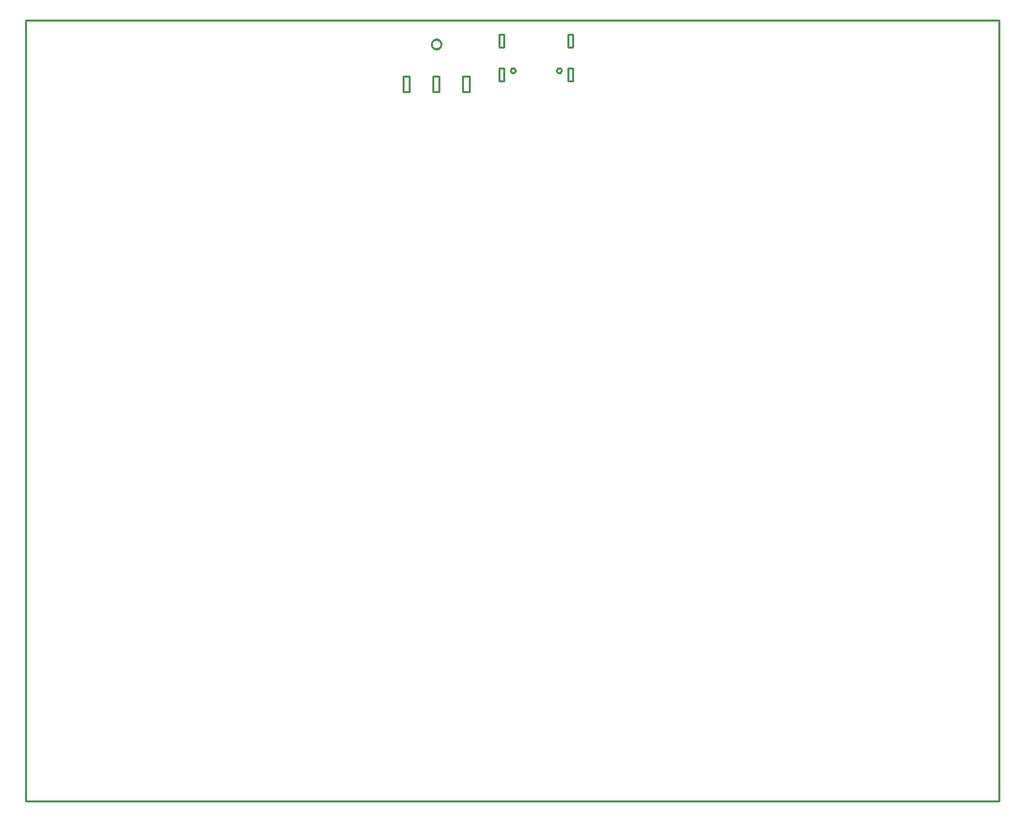
<source format=gbr>
G04 EAGLE Gerber RS-274X export*
G75*
%MOMM*%
%FSLAX34Y34*%
%LPD*%
%IN*%
%IPPOS*%
%AMOC8*
5,1,8,0,0,1.08239X$1,22.5*%
G01*
%ADD10C,0.254000*%


D10*
X0Y-20000D02*
X1220000Y-20000D01*
X1220000Y960000D01*
X0Y960000D01*
X0Y-20000D01*
X473500Y870000D02*
X481500Y870000D01*
X481500Y890000D01*
X473500Y890000D01*
X473500Y870000D01*
X510500Y870000D02*
X518500Y870000D01*
X518500Y890000D01*
X510500Y890000D01*
X510500Y870000D01*
X548500Y870000D02*
X556500Y870000D01*
X556500Y890000D01*
X548500Y890000D01*
X548500Y870000D01*
X680000Y926000D02*
X682800Y926000D01*
X686000Y926000D01*
X686000Y942000D01*
X680000Y942000D01*
X680000Y926000D01*
X593800Y884000D02*
X596600Y884000D01*
X599800Y884000D01*
X599800Y900000D01*
X593800Y900000D01*
X593800Y884000D01*
X680200Y884000D02*
X683000Y884000D01*
X686200Y884000D01*
X686200Y900000D01*
X680200Y900000D01*
X680200Y884000D01*
X593800Y926000D02*
X596600Y926000D01*
X599800Y926000D01*
X599800Y942000D01*
X593800Y942000D01*
X593800Y926000D01*
X665900Y897236D02*
X665974Y897703D01*
X666120Y898152D01*
X666334Y898572D01*
X666612Y898954D01*
X666946Y899288D01*
X667328Y899566D01*
X667748Y899780D01*
X668198Y899926D01*
X668664Y900000D01*
X669136Y900000D01*
X669603Y899926D01*
X670052Y899780D01*
X670472Y899566D01*
X670854Y899288D01*
X671188Y898954D01*
X671466Y898572D01*
X671680Y898152D01*
X671826Y897703D01*
X671900Y897236D01*
X671900Y896764D01*
X671826Y896298D01*
X671680Y895848D01*
X671466Y895428D01*
X671188Y895046D01*
X670854Y894712D01*
X670472Y894434D01*
X670052Y894220D01*
X669603Y894074D01*
X669136Y894000D01*
X668664Y894000D01*
X668198Y894074D01*
X667748Y894220D01*
X667328Y894434D01*
X666946Y894712D01*
X666612Y895046D01*
X666334Y895428D01*
X666120Y895848D01*
X665974Y896298D01*
X665900Y896764D01*
X665900Y897236D01*
X608100Y897236D02*
X608174Y897703D01*
X608320Y898152D01*
X608534Y898572D01*
X608812Y898954D01*
X609146Y899288D01*
X609528Y899566D01*
X609948Y899780D01*
X610398Y899926D01*
X610864Y900000D01*
X611336Y900000D01*
X611803Y899926D01*
X612252Y899780D01*
X612672Y899566D01*
X613054Y899288D01*
X613388Y898954D01*
X613666Y898572D01*
X613880Y898152D01*
X614026Y897703D01*
X614100Y897236D01*
X614100Y896764D01*
X614026Y896298D01*
X613880Y895848D01*
X613666Y895428D01*
X613388Y895046D01*
X613054Y894712D01*
X612672Y894434D01*
X612252Y894220D01*
X611803Y894074D01*
X611336Y894000D01*
X610864Y894000D01*
X610398Y894074D01*
X609948Y894220D01*
X609528Y894434D01*
X609146Y894712D01*
X608812Y895046D01*
X608534Y895428D01*
X608320Y895848D01*
X608174Y896298D01*
X608100Y896764D01*
X608100Y897236D01*
X509000Y930337D02*
X509075Y931007D01*
X509225Y931664D01*
X509448Y932300D01*
X509740Y932907D01*
X510099Y933478D01*
X510519Y934004D01*
X510996Y934481D01*
X511523Y934901D01*
X512093Y935260D01*
X512700Y935552D01*
X513336Y935775D01*
X513993Y935925D01*
X514663Y936000D01*
X515337Y936000D01*
X516007Y935925D01*
X516664Y935775D01*
X517300Y935552D01*
X517907Y935260D01*
X518478Y934901D01*
X519004Y934481D01*
X519481Y934004D01*
X519901Y933478D01*
X520260Y932907D01*
X520552Y932300D01*
X520775Y931664D01*
X520925Y931007D01*
X521000Y930337D01*
X521000Y929663D01*
X520925Y928993D01*
X520775Y928336D01*
X520552Y927700D01*
X520260Y927093D01*
X519901Y926523D01*
X519481Y925996D01*
X519004Y925519D01*
X518478Y925099D01*
X517907Y924740D01*
X517300Y924448D01*
X516664Y924225D01*
X516007Y924075D01*
X515337Y924000D01*
X514663Y924000D01*
X513993Y924075D01*
X513336Y924225D01*
X512700Y924448D01*
X512093Y924740D01*
X511523Y925099D01*
X510996Y925519D01*
X510519Y925996D01*
X510099Y926523D01*
X509740Y927093D01*
X509448Y927700D01*
X509225Y928336D01*
X509075Y928993D01*
X509000Y929663D01*
X509000Y930337D01*
M02*

</source>
